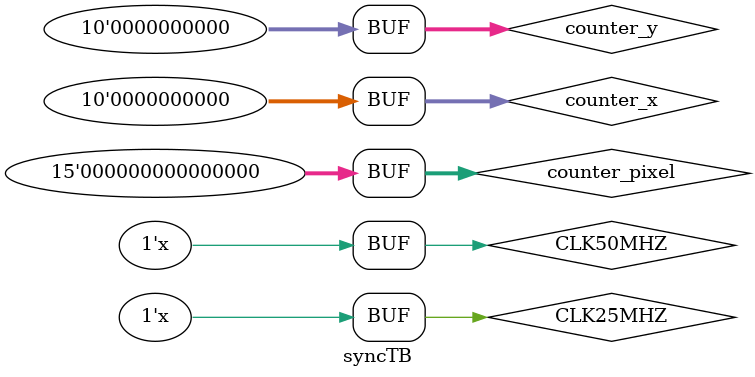
<source format=sv>
module syncTB();
	
	logic CLK50MHZ;
	logic CLK25MHZ;
	logic VGA_HS;
	logic VGA_VS;
	logic [7:0] VGA_R;
	logic [7:0] VGA_G;
	logic VGA_CLK_OUT;
	logic [7:0] VGA_B;
	reg [9:0] counter_x = 0;
	reg [9:0] counter_y = 0;
	reg [14:0] counter_pixel = 0;
	
SYNC controlador(CLK25MHZ,
					VGA_HS,
					VGA_VS,
					VGA_CLK_OUT,
					VGA_R,
					VGA_B,
					VGA_G,
					counter_x,
					counter_y,
					counter_pixel
					);

initial begin 
	CLK50MHZ = 0;
	CLK25MHZ = 0;
	
end

always begin 
	
	CLK50MHZ =~CLK50MHZ;#50;

end

always begin 
	CLK25MHZ =~CLK25MHZ;#100;
end

endmodule
</source>
